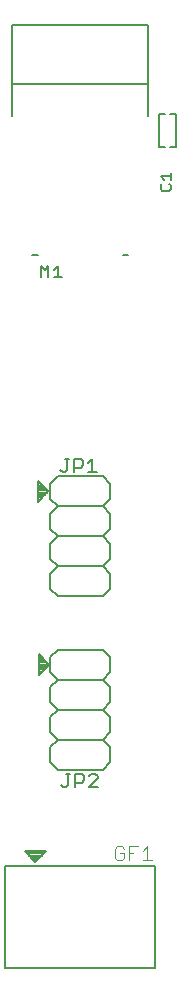
<source format=gto>
G75*
%MOIN*%
%OFA0B0*%
%FSLAX25Y25*%
%IPPOS*%
%LPD*%
%AMOC8*
5,1,8,0,0,1.08239X$1,22.5*
%
%ADD10C,0.00787*%
%ADD11C,0.00800*%
%ADD12C,0.00591*%
%ADD13C,0.00600*%
%ADD14C,0.00500*%
%ADD15C,0.00400*%
D10*
X-0018504Y-0077165D02*
X-0014961Y-0080709D01*
X-0011417Y-0077165D01*
X-0018504Y-0077165D01*
X-0017864Y-0077805D02*
X-0012057Y-0077805D01*
X-0012843Y-0078591D02*
X-0017078Y-0078591D01*
X-0016292Y-0079377D02*
X-0013629Y-0079377D01*
X-0014415Y-0080163D02*
X-0015506Y-0080163D01*
X-0013780Y-0018504D02*
X-0010236Y-0014961D01*
X-0013780Y-0011417D01*
X-0013780Y-0018504D01*
X-0013780Y-0018076D02*
X-0013352Y-0018076D01*
X-0013780Y-0017290D02*
X-0012566Y-0017290D01*
X-0011780Y-0016504D02*
X-0013780Y-0016504D01*
X-0013780Y-0015718D02*
X-0010994Y-0015718D01*
X-0010265Y-0014932D02*
X-0013780Y-0014932D01*
X-0013780Y-0014146D02*
X-0011050Y-0014146D01*
X-0011836Y-0013361D02*
X-0013780Y-0013361D01*
X-0013780Y-0012575D02*
X-0012622Y-0012575D01*
X-0013408Y-0011789D02*
X-0013780Y-0011789D01*
X-0014173Y0039370D02*
X-0010630Y0042913D01*
X-0014173Y0046457D01*
X-0014173Y0039370D01*
X-0014173Y0040082D02*
X-0013462Y0040082D01*
X-0014173Y0040867D02*
X-0012676Y0040867D01*
X-0011890Y0041653D02*
X-0014173Y0041653D01*
X-0014173Y0042439D02*
X-0011104Y0042439D01*
X-0010942Y0043225D02*
X-0014173Y0043225D01*
X-0014173Y0044011D02*
X-0011728Y0044011D01*
X-0012514Y0044797D02*
X-0014173Y0044797D01*
X-0014173Y0045583D02*
X-0013299Y0045583D01*
X-0014085Y0046369D02*
X-0014173Y0046369D01*
X-0014173Y0121654D02*
X-0015945Y0121654D01*
X-0022638Y0167913D02*
X-0022638Y0178740D01*
X0022638Y0178740D01*
X0022638Y0167913D01*
X0022638Y0178740D02*
X0022638Y0198425D01*
X-0022638Y0198425D01*
X-0022638Y0178740D01*
X0014173Y0121654D02*
X0015945Y0121654D01*
D11*
X-0006214Y0114180D02*
X-0008833Y0114180D01*
X-0007523Y0114180D02*
X-0007523Y0118107D01*
X-0008833Y0116798D01*
X-0010564Y0118107D02*
X-0010564Y0114180D01*
X-0013183Y0114180D02*
X-0013183Y0118107D01*
X-0011873Y0116798D01*
X-0010564Y0118107D01*
D12*
X0026378Y0157480D02*
X0026378Y0168504D01*
X0028346Y0168504D01*
X0029921Y0168504D02*
X0031890Y0168504D01*
X0031890Y0157480D01*
X0029921Y0157480D01*
X0028346Y0157480D02*
X0026378Y0157480D01*
D13*
X0007500Y0007953D02*
X-0007500Y0007953D01*
X-0010000Y0010453D01*
X-0010000Y0015453D01*
X-0007500Y0017953D01*
X0007500Y0017953D01*
X0010000Y0015453D01*
X0010000Y0010453D01*
X0007500Y0007953D01*
X0007500Y0017953D02*
X0010000Y0020453D01*
X0010000Y0025453D01*
X0007500Y0027953D01*
X-0007500Y0027953D01*
X-0010000Y0025453D01*
X-0010000Y0020453D01*
X-0007500Y0017953D01*
X-0007500Y0027953D02*
X-0010000Y0030453D01*
X-0010000Y0035453D01*
X-0007500Y0037953D01*
X0007500Y0037953D01*
X0010000Y0035453D01*
X0010000Y0030453D01*
X0007500Y0027953D01*
X0007500Y0037953D02*
X0010000Y0040453D01*
X0010000Y0045453D01*
X0007500Y0047953D01*
X-0007500Y0047953D01*
X-0010000Y0045453D01*
X-0010000Y0040453D01*
X-0007500Y0037953D01*
X-0007500Y-0009921D02*
X0007500Y-0009921D01*
X0010000Y-0012421D01*
X0010000Y-0017421D01*
X0007500Y-0019921D01*
X-0007500Y-0019921D01*
X-0010000Y-0022421D01*
X-0010000Y-0027421D01*
X-0007500Y-0029921D01*
X0007500Y-0029921D01*
X0010000Y-0032421D01*
X0010000Y-0037421D01*
X0007500Y-0039921D01*
X0010000Y-0042421D01*
X0010000Y-0047421D01*
X0007500Y-0049921D01*
X-0007500Y-0049921D01*
X-0010000Y-0047421D01*
X-0010000Y-0042421D01*
X-0007500Y-0039921D01*
X0007500Y-0039921D01*
X0007500Y-0029921D02*
X0010000Y-0027421D01*
X0010000Y-0022421D01*
X0007500Y-0019921D01*
X-0007500Y-0019921D02*
X-0010000Y-0017421D01*
X-0010000Y-0012421D01*
X-0007500Y-0009921D01*
X-0007500Y-0029921D02*
X-0010000Y-0032421D01*
X-0010000Y-0037421D01*
X-0007500Y-0039921D01*
X0027429Y0143132D02*
X0029655Y0143132D01*
X0030212Y0143688D01*
X0030212Y0144801D01*
X0029655Y0145358D01*
X0030212Y0146757D02*
X0030212Y0148983D01*
X0030212Y0147870D02*
X0026872Y0147870D01*
X0027985Y0146757D01*
X0027429Y0145358D02*
X0026872Y0144801D01*
X0026872Y0143688D01*
X0027429Y0143132D01*
D14*
X0004069Y0053770D02*
X0004069Y0049266D01*
X0002568Y0049266D02*
X0005571Y0049266D01*
X0002568Y0052268D02*
X0004069Y0053770D01*
X0000967Y0053019D02*
X0000967Y0051518D01*
X0000216Y0050767D01*
X-0002036Y0050767D01*
X-0002036Y0049266D02*
X-0002036Y0053770D01*
X0000216Y0053770D01*
X0000967Y0053019D01*
X-0003637Y0053770D02*
X-0005138Y0053770D01*
X-0004388Y0053770D02*
X-0004388Y0050016D01*
X-0005138Y0049266D01*
X-0005889Y0049266D01*
X-0006640Y0050016D01*
X-0004863Y-0051250D02*
X-0003362Y-0051250D01*
X-0004112Y-0051250D02*
X-0004112Y-0055003D01*
X-0004863Y-0055754D01*
X-0005614Y-0055754D01*
X-0006364Y-0055003D01*
X-0001760Y-0054253D02*
X0000492Y-0054253D01*
X0001242Y-0053502D01*
X0001242Y-0052001D01*
X0000492Y-0051250D01*
X-0001760Y-0051250D01*
X-0001760Y-0055754D01*
X0002844Y-0055754D02*
X0005846Y-0052751D01*
X0005846Y-0052001D01*
X0005096Y-0051250D01*
X0003594Y-0051250D01*
X0002844Y-0052001D01*
X0002844Y-0055754D02*
X0005846Y-0055754D01*
X0025039Y-0081890D02*
X0025039Y-0113386D01*
X0025039Y-0115906D01*
X-0025039Y-0115906D01*
X-0025039Y-0113386D01*
X-0025039Y-0081890D01*
X0025039Y-0081890D01*
D15*
X0023894Y-0080115D02*
X0020825Y-0080115D01*
X0022360Y-0080115D02*
X0022360Y-0075511D01*
X0020825Y-0077046D01*
X0019291Y-0075511D02*
X0016221Y-0075511D01*
X0016221Y-0080115D01*
X0016221Y-0077813D02*
X0017756Y-0077813D01*
X0014687Y-0077813D02*
X0013152Y-0077813D01*
X0014687Y-0077813D02*
X0014687Y-0079348D01*
X0013919Y-0080115D01*
X0012385Y-0080115D01*
X0011617Y-0079348D01*
X0011617Y-0076278D01*
X0012385Y-0075511D01*
X0013919Y-0075511D01*
X0014687Y-0076278D01*
M02*

</source>
